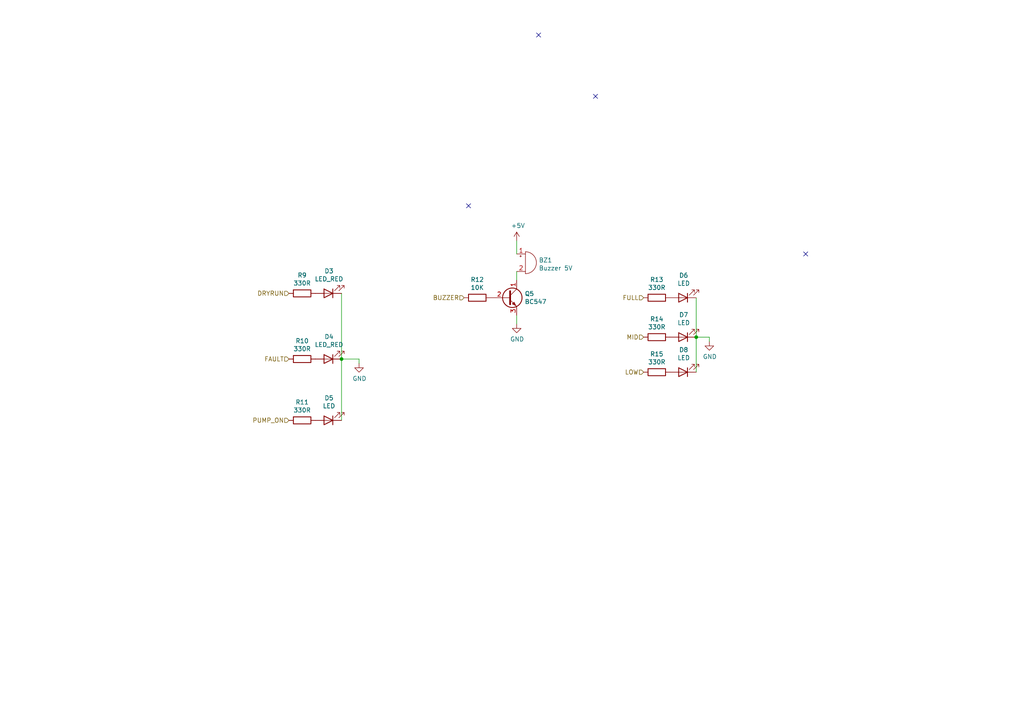
<source format=kicad_sch>
(kicad_sch (version 20230121) (generator eeschema)
  (paper "A4")
  (lib_symbols
    (symbol "Device:Buzzer" (pin_names (offset 0.0254) hide)
      (property "Reference" "BZ" (at 3.81 1.27 0))
      (property "Value" "Buzzer" (at 3.81 -1.27 0))
      (symbol "Buzzer_0_1"
        (arc (start 0 -3.175) (mid 3.1612 0) (end 0 3.175))
        (polyline (pts (xy -1.651 1.905) (xy -1.143 1.905)))
        (polyline (pts (xy -1.397 2.159) (xy -1.397 1.651)))
        (polyline (pts (xy 0 3.175) (xy 0 -3.175)))
      )
      (symbol "Buzzer_1_1"
        (pin passive line (at -2.54 2.54 0) (length 2.54) (name "-") (number "1"))
        (pin passive line (at -2.54 -2.54 0) (length 2.54) (name "+") (number "2"))
      )
    )
    (symbol "Device:LED" (pin_numbers hide) (pin_names (offset 1.016) hide)
      (property "Reference" "D" (at 0 2.54 0))
      (property "Value" "LED" (at 0 -2.54 0))
      (symbol "LED_0_1"
        (polyline (pts (xy -1.27 -1.27) (xy -1.27 1.27)) (stroke (width 0.254)))
        (polyline (pts (xy -1.27 0) (xy 1.27 0)))
        (polyline (pts (xy 1.27 -1.27) (xy 1.27 1.27) (xy -1.27 0) (xy 1.27 -1.27)) (stroke (width 0.254)))
        (polyline (pts (xy -3.048 -0.762) (xy -4.572 -2.286) (xy -3.81 -2.286) (xy -4.572 -2.286) (xy -4.572 -1.524)))
        (polyline (pts (xy -1.778 -0.762) (xy -3.302 -2.286) (xy -2.54 -2.286) (xy -3.302 -2.286) (xy -3.302 -1.524)))
      )
      (symbol "LED_1_1"
        (pin passive line (at -3.81 0 0) (length 2.54) (name "K") (number "1"))
        (pin passive line (at 3.81 0 180) (length 2.54) (name "A") (number "2"))
      )
    )
    (symbol "Device:R" (pin_numbers hide) (pin_names (offset 0))
      (property "Reference" "R" (at 2.032 0 90))
      (property "Value" "R" (at 0 0 90))
      (symbol "R_0_1"
        (rectangle (start -1.016 -2.54) (end 1.016 2.54) (stroke (width 0.254)))
      )
      (symbol "R_1_1"
        (pin passive line (at 0 3.81 270) (length 1.27) (name "~") (number "1"))
        (pin passive line (at 0 -3.81 90) (length 1.27) (name "~") (number "2"))
      )
    )
    (symbol "Transistor_BJT:BC547" (pin_names (offset 0) hide)
      (property "Reference" "Q" (at 5.08 1.905 0))
      (property "Value" "BC547" (at 5.08 0 0))
      (symbol "BC547_0_1"
        (polyline (pts (xy 0 0) (xy 0.635 0)))
        (polyline (pts (xy 0.635 0.635) (xy 2.54 2.54)))
        (polyline (pts (xy 0.635 -0.635) (xy 2.54 -2.54) (xy 2.54 -2.54)))
        (polyline (pts (xy 0.635 1.905) (xy 0.635 -1.905) (xy 0.635 -1.905)) (stroke (width 0.508)))
        (polyline (pts (xy 1.27 -1.778) (xy 1.778 -1.27) (xy 2.286 -2.286) (xy 1.27 -1.778) (xy 1.27 -1.778)) (fill (type outline)))
        (circle (center 1.27 0) (radius 2.8194) (stroke (width 0.254)))
      )
      (symbol "BC547_1_1"
        (pin passive line (at 2.54 5.08 270) (length 2.54) (name "C") (number "1"))
        (pin input line (at -5.08 0 0) (length 5.08) (name "B") (number "2"))
        (pin passive line (at 2.54 -5.08 90) (length 2.54) (name "E") (number "3"))
      )
    )
    (symbol "power:+5V" (power) (pin_names (offset 0))
      (property "Value" "+5V" (at 0 3.556 0))
      (symbol "+5V_0_1"
        (polyline (pts (xy -0.762 1.27) (xy 0 2.54)))
        (polyline (pts (xy 0 0) (xy 0 2.54)))
        (polyline (pts (xy 0 2.54) (xy 0.762 1.27)))
      )
      (symbol "+5V_1_1"
        (pin power_in line (at 0 0 90) (length 0) hide (name "+5V") (number "1"))
      )
    )
    (symbol "power:GND" (power) (pin_names (offset 0))
      (property "Value" "GND" (at 0 -3.81 0))
      (symbol "GND_0_1"
        (polyline (pts (xy 0 0) (xy 0 -1.27) (xy 1.27 -1.27) (xy 0 -2.54) (xy -1.27 -1.27) (xy 0 -1.27)))
      )
      (symbol "GND_1_1"
        (pin power_in line (at 0 0 270) (length 0) hide (name "GND") (number "1"))
      )
    )
  )
  (junction (at 99.06 104.14))
  (junction (at 201.93 97.79))
  (no_connect (at 233.68 73.66))
  (no_connect (at 156.21 10.16))
  (no_connect (at 135.89 59.69))
  (no_connect (at 172.72 27.94))
  (wire (pts (xy 205.74 97.79) (xy 205.74 99.06)))
  (wire (pts (xy 201.93 97.79) (xy 201.93 107.95)))
  (wire (pts (xy 104.14 104.14) (xy 104.14 105.41)))
  (wire (pts (xy 201.93 86.36) (xy 201.93 97.79)))
  (wire (pts (xy 149.86 69.85) (xy 149.86 73.66)))
  (wire (pts (xy 99.06 104.14) (xy 99.06 121.92)))
  (wire (pts (xy 99.06 104.14) (xy 104.14 104.14)))
  (wire (pts (xy 201.93 97.79) (xy 205.74 97.79)))
  (wire (pts (xy 149.86 93.98) (xy 149.86 91.44)))
  (wire (pts (xy 99.06 85.09) (xy 99.06 104.14)))
  (wire (pts (xy 149.86 78.74) (xy 149.86 81.28)))
  (hierarchical_label "BUZZER" (shape input) (at 134.62 86.36 180))
  (hierarchical_label "LOW" (shape input) (at 186.69 107.95 180))
  (hierarchical_label "PUMP_ON" (shape input) (at 83.82 121.92 180))
  (hierarchical_label "FAULT" (shape input) (at 83.82 104.14 180))
  (hierarchical_label "FULL" (shape input) (at 186.69 86.36 180))
  (hierarchical_label "DRYRUN" (shape input) (at 83.82 85.09 180))
  (hierarchical_label "MID" (shape input) (at 186.69 97.79 180))
  (symbol (lib_id "Device:LED") (at 95.25 85.09 180) (unit 1)
    (property "Reference" "D3" (at 95.4278 78.613 0))
    (property "Value" "LED_RED" (at 95.4278 80.9244 0))
    (property "Footprint" "LED_THT:LED_D5.0mm_Clear" (effects hide))
  )
  (symbol (lib_id "power:GND") (at 104.14 105.41 0) (unit 1)
    (property "Reference" "#PWR012" (effects hide))
    (property "Value" "GND" (at 104.267 109.8042 0))
  )
  (symbol (lib_id "power:GND") (at 205.74 99.06 0) (unit 1)
    (property "Reference" "#PWR015" (effects hide))
    (property "Value" "GND" (at 205.867 103.4542 0))
  )
  (symbol (lib_id "Device:R") (at 87.63 85.09 90) (unit 1)
    (property "Reference" "R9" (at 87.63 79.8322 90))
    (property "Value" "330R" (at 87.63 82.1436 90))
    (property "Footprint" "Resistor_THT:R_Axial_DIN0207_L6.3mm_D2.5mm_P10.16mm_Horizontal" (effects hide))
  )
  (symbol (lib_id "Transistor_BJT:BC547") (at 147.32 86.36 0) (unit 1)
    (property "Reference" "Q5" (at 152.1714 85.1916 0) (effects (justify left)))
    (property "Value" "BC547" (at 152.1714 87.503 0) (effects (justify left)))
    (property "Footprint" "Package_TO_SOT_THT:TO-92_Inline_Wide" (effects hide))
    (property "Datasheet" "https://www.onsemi.com/pub/Collateral/BC550-D.pdf" (effects hide))
  )
  (symbol (lib_id "Device:Buzzer") (at 152.4 76.2 0) (unit 1)
    (property "Reference" "BZ1" (at 156.2608 75.4634 0) (effects (justify left)))
    (property "Value" "Buzzer 5V" (at 156.2608 77.7748 0) (effects (justify left)))
    (property "Footprint" "Buzzer_Beeper:Buzzer_12x9.5RM7.6" (effects hide))
  )
  (symbol (lib_id "power:GND") (at 149.86 93.98 0) (unit 1)
    (property "Reference" "#PWR014" (effects hide))
    (property "Value" "GND" (at 149.987 98.3742 0))
  )
  (symbol (lib_id "power:+5V") (at 149.86 69.85 0) (unit 1)
    (property "Reference" "#PWR013" (effects hide))
    (property "Value" "+5V" (at 150.241 65.4558 0))
  )
  (symbol (lib_id "Device:R") (at 87.63 104.14 90) (unit 1)
    (property "Reference" "R10" (at 87.63 98.8822 90))
    (property "Value" "330R" (at 87.63 101.1936 90))
    (property "Footprint" "Resistor_THT:R_Axial_DIN0207_L6.3mm_D2.5mm_P10.16mm_Horizontal" (effects hide))
  )
  (symbol (lib_id "Device:R") (at 87.63 121.92 90) (unit 1)
    (property "Reference" "R11" (at 87.63 116.6622 90))
    (property "Value" "330R" (at 87.63 118.9736 90))
    (property "Footprint" "Resistor_THT:R_Axial_DIN0207_L6.3mm_D2.5mm_P10.16mm_Horizontal" (effects hide))
  )
  (symbol (lib_id "Device:R") (at 138.43 86.36 90) (unit 1)
    (property "Reference" "R12" (at 138.43 81.1022 90))
    (property "Value" "10K" (at 138.43 83.4136 90))
    (property "Footprint" "Resistor_THT:R_Axial_DIN0207_L6.3mm_D2.5mm_P5.08mm_Vertical" (effects hide))
  )
  (symbol (lib_id "Device:R") (at 190.5 86.36 90) (unit 1)
    (property "Reference" "R13" (at 190.5 81.1022 90))
    (property "Value" "330R" (at 190.5 83.4136 90))
    (property "Footprint" "Resistor_THT:R_Axial_DIN0207_L6.3mm_D2.5mm_P10.16mm_Horizontal" (effects hide))
  )
  (symbol (lib_id "Device:R") (at 190.5 97.79 90) (unit 1)
    (property "Reference" "R14" (at 190.5 92.5322 90))
    (property "Value" "330R" (at 190.5 94.8436 90))
    (property "Footprint" "Resistor_THT:R_Axial_DIN0207_L6.3mm_D2.5mm_P10.16mm_Horizontal" (effects hide))
  )
  (symbol (lib_id "Device:R") (at 190.5 107.95 90) (unit 1)
    (property "Reference" "R15" (at 190.5 102.6922 90))
    (property "Value" "330R" (at 190.5 105.0036 90))
    (property "Footprint" "Resistor_THT:R_Axial_DIN0207_L6.3mm_D2.5mm_P10.16mm_Horizontal" (effects hide))
  )
  (symbol (lib_id "Device:LED") (at 95.25 104.14 180) (unit 1)
    (property "Reference" "D4" (at 95.4278 97.663 0))
    (property "Value" "LED_RED" (at 95.4278 99.9744 0))
    (property "Footprint" "LED_THT:LED_D5.0mm_Clear" (effects hide))
  )
  (symbol (lib_id "Device:LED") (at 95.25 121.92 180) (unit 1)
    (property "Reference" "D5" (at 95.4278 115.443 0))
    (property "Value" "LED" (at 95.4278 117.7544 0))
    (property "Footprint" "LED_THT:LED_D5.0mm_Clear" (effects hide))
  )
  (symbol (lib_id "Device:LED") (at 198.12 86.36 180) (unit 1)
    (property "Reference" "D6" (at 198.2978 79.883 0))
    (property "Value" "LED" (at 198.2978 82.1944 0))
    (property "Footprint" "LED_THT:LED_D5.0mm_Clear" (effects hide))
  )
  (symbol (lib_id "Device:LED") (at 198.12 97.79 180) (unit 1)
    (property "Reference" "D7" (at 198.2978 91.313 0))
    (property "Value" "LED" (at 198.2978 93.6244 0))
    (property "Footprint" "LED_THT:LED_D5.0mm_Clear" (effects hide))
  )
  (symbol (lib_id "Device:LED") (at 198.12 107.95 180) (unit 1)
    (property "Reference" "D8" (at 198.2978 101.473 0))
    (property "Value" "LED" (at 198.2978 103.7844 0))
    (property "Footprint" "LED_THT:LED_D5.0mm_Clear" (effects hide))
  )
)
</source>
